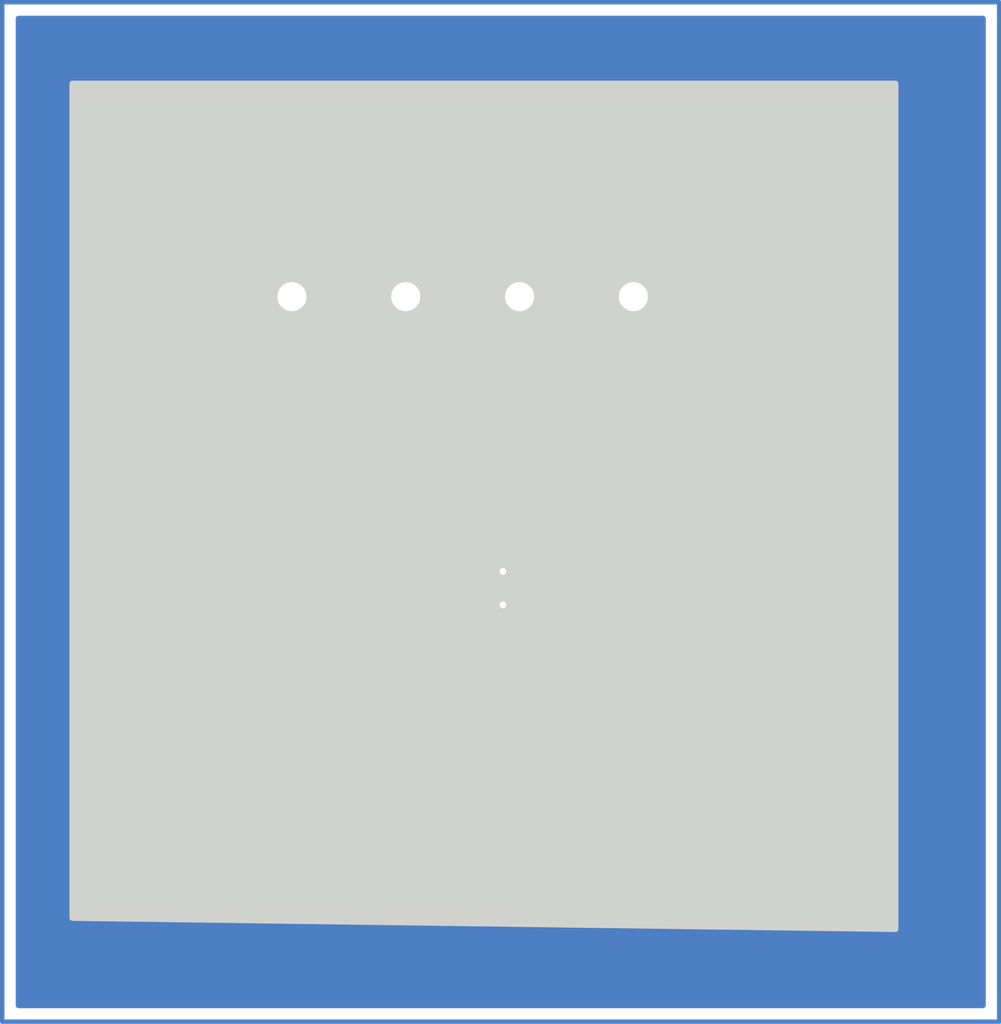
<source format=kicad_pcb>
(kicad_pcb (version 20241229) (generator "pcbnew") (generator_version "9.0")
  (layers (0 "F.Cu" signal) (2 "B.Cu" signal) (13 "F.Paste" user) (15 "B.Paste" user) (5 "F.SilkS" user "F.Silkscreen") (7 "B.SilkS" user "B.Silkscreen") (1 "F.Mask" user) (3 "B.Mask" user) (25 "Edge.Cuts" user))
  (net 0 "")
  (net 1 "Net-(D1-RA)")
  (net 2 "Net-(D1-GA)")
  (net 3 "GND")
  (net 4 "Net-(D1-BA)")
  (net 5 "Net-(J1-Pin_2)")
  (net 6 "Net-(J1-Pin_1)")
  (footprint "LED_SMD:LED_RGB_1210" (layer "F.Cu") (at 110.25 109.8)
    (property "Reference" "D1")
    (property "Value" "LED_BRKG")
  )
  (footprint "Resistor_SMD:R_0805_2012Metric" (layer "F.Cu") (at 101.0875 110.5)
    (property "Reference" "R2")
    (property "Value" "220")
  )
  (footprint "Symbol:OSHW-Logo_5.7x6mm_SilkScreen" (layer "F.Cu") (at 120 116)
    (property "Reference" "REF**" (hide yes))
    (property "Value" "OSHW-Logo_5.7x6mm_SilkScreen" (hide yes))
  )
  (footprint "libary:logo_foto" (layer "F.Cu") (at 93 115)
    (property "Reference" "G***" (hide yes))
    (property "Value" "LOGO" (hide yes))
  )
  (footprint "Resistor_SMD:R_0805_2012Metric" (layer "F.Cu") (at 101.0875 105)
    (property "Reference" "R1")
    (property "Value" "220")
  )
  (footprint "Resistor_SMD:R_0805_2012Metric" (layer "F.Cu") (at 101.0875 115.5)
    (property "Reference" "R3")
    (property "Value" "220")
  )
  (footprint "TerminalBlock_Phoenix:TerminalBlock_Phoenix_MKDS-1,5-4-5.08_1x04_P5.08mm_Horizontal" (layer "F.Cu") (at 97.43 95.14)
    (property "Reference" "J1")
    (property "Value" "Screw_Terminal_01x04")
  )
  (gr_rect (start 89 87) (end 123.5 120.5) (stroke (width 0.2)) (fill no) (layer "F.Cu"))
  (gr_rect (start 84.5 82) (end 129 127.5) (stroke (width 0.2)) (fill no) (layer "B.Cu"))
  (gr_text "Practica 4" (at 103.5 119 0) (layer "F.SilkS") (effects (font (size 1.5 1.5) (thickness 0.3) (bold yes)) (justify left bottom)))
  (segment (start 103.5 115.5) (end 108.5 110.5) (width 0.5) (layer "F.Cu") (net 1))
  (segment (start 102 115.5) (end 103.5 115.5) (width 0.5) (layer "F.Cu") (net 1))
  (segment (start 111.049 108.149) (end 112 109.1) (width 0.5) (layer "F.Cu") (net 2))
  (segment (start 104.351 108.149) (end 111.049 108.149) (width 0.5) (layer "F.Cu") (net 2))
  (segment (start 102 110.5) (end 104.351 108.149) (width 0.5) (layer "F.Cu") (net 2))
  (segment (start 113.051 95.521) (end 112.67 95.14) (width 0.2) (layer "F.Cu") (net 3))
  (segment (start 112.452 110.5) (end 113.051 109.901) (width 0.2) (layer "F.Cu") (net 3))
  (segment (start 113.051 109.901) (end 113.051 95.521) (width 0.2) (layer "F.Cu") (net 3))
  (segment (start 112 110.5) (end 112.452 110.5) (width 0.2) (layer "F.Cu") (net 3))
  (segment (start 104.449 105) (end 106.848 107.399) (width 0.5) (layer "F.Cu") (net 4))
  (segment (start 107.049 109.1) (end 106.848 108.899) (width 0.5) (layer "F.Cu") (net 4))
  (segment (start 108.5 109.1) (end 107.049 109.1) (width 0.5) (layer "F.Cu") (net 4))
  (segment (start 102 105) (end 104.449 105) (width 0.5) (layer "F.Cu") (net 4))
  (via (at 106.848 107.399) (size 0.6) (drill 0.3) (layers "F.Cu" "B.Cu") (net 4))
  (via (at 106.848 108.899) (size 0.6) (drill 0.3) (layers "F.Cu" "B.Cu") (net 4))
  (segment (start 106.848 107.399) (end 106.848 108.899) (width 0.5) (layer "B.Cu") (net 4))
  (segment (start 100.175 97.475) (end 102.51 95.14) (width 0.5) (layer "F.Cu") (net 5))
  (segment (start 100.175 102.555) (end 107.59 95.14) (width 0.5) (layer "F.Cu") (net 5))
  (segment (start 100.175 105) (end 100.175 97.475) (width 0.5) (layer "F.Cu") (net 5))
  (segment (start 100.175 110.5) (end 100.175 102.555) (width 0.5) (layer "F.Cu") (net 5))
  (segment (start 97.43 112.755) (end 97.43 95.14) (width 0.5) (layer "F.Cu") (net 6))
  (segment (start 100.175 115.5) (end 97.43 112.755) (width 0.5) (layer "F.Cu") (net 6))
  (zone (net 3) (net_name "GND") (layer "B.Cu") (connect_pads (clearance 0.5)) (min_thickness 0.25) (fill yes (thermal_gap 0.5) (thermal_bridge_width 0.5))
    (polygon (pts (xy 129 127.5) (xy 129 82) (xy 84.5 82) (xy 84.5 127.5)))
  )
  (zone (net 0) (net_name "") (layer "Edge.Cuts") (connect_pads (clearance 0.5)) (min_thickness 0.25) (fill yes (thermal_gap 0.5) (thermal_bridge_width 0.5))
    (polygon (pts (xy 87.5 85.5) (xy 124.5 85.5) (xy 124.5 123.5) (xy 87.5 123)))
  )
)
</source>
